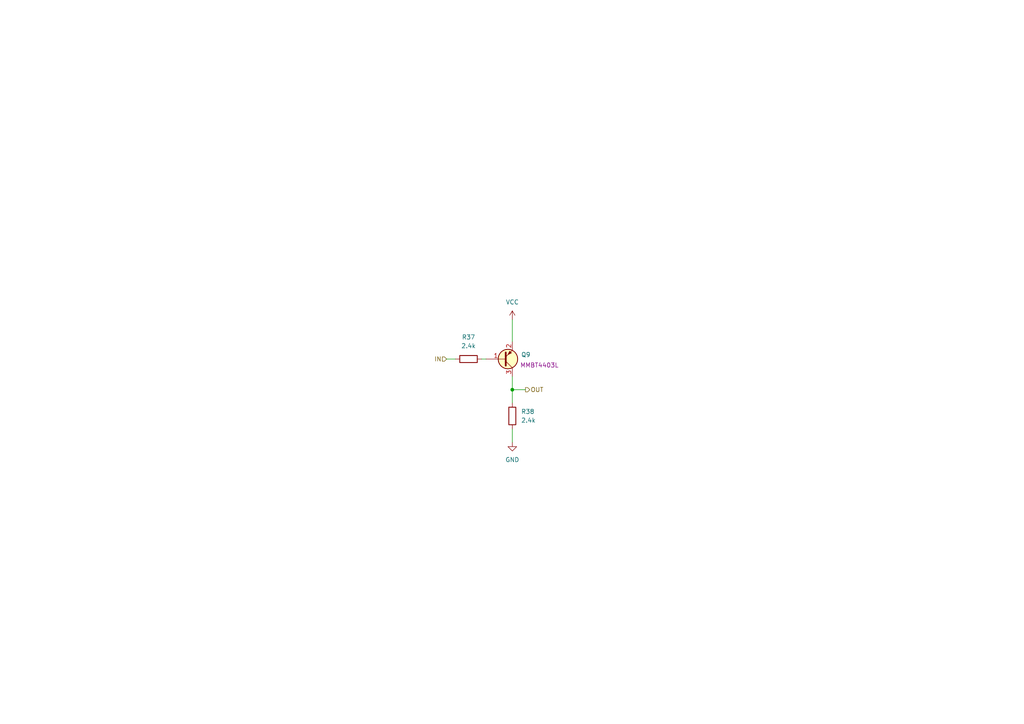
<source format=kicad_sch>
(kicad_sch (version 20250114) (generator "eeschema") (generator_version "9.0")
  (paper "A4")
  (lib_symbols
    (symbol "Resistor_AKL:R_0603" (pin_numbers (hide yes)) (pin_names (offset 0))
      (property "Reference" "R" (at 2.54 1.27 0))
      (property "Value" "R_0603" (at 2.54 -1.27 0))
      (symbol "R_0603_0_1"
        (rectangle (start -1.016 2.54) (end 1.016 -2.54) (stroke (width 0.254)))
      )
      (symbol "R_0603_0_2"
        (polyline (pts (xy -2.54 -2.54) (xy -1.524 -1.524)))
        (polyline (pts (xy 1.524 1.524) (xy 2.54 2.54)))
        (polyline (pts (xy 1.524 1.524) (xy 0.889 2.159) (xy -2.159 -0.889) (xy -0.889 -2.159) (xy 2.159 0.889) (xy 1.524 1.524)) (stroke (width 0.254)))
      )
      (symbol "R_0603_1_1"
        (pin passive line (at 0 3.81 270) (length 1.27) (name "~") (number "1"))
        (pin passive line (at 0 -3.81 90) (length 1.27) (name "~") (number "2"))
      )
      (symbol "R_0603_1_2"
        (pin passive line (at -2.54 -2.54 0) (length 0) (name "") (number "2"))
        (pin passive line (at 2.54 2.54 180) (length 0) (name "") (number "1"))
      )
    )
    (symbol "Transistor_BJT_AKL:2SA2018" (pin_names (hide yes))
      (property "Reference" "Q" (at 5.08 1.27 0))
      (property "Value" "2SA2018" (at 5.08 -1.27 0))
      (symbol "2SA2018_0_1"
        (polyline (pts (xy 0.635 0.635) (xy 2.54 2.54) (xy 2.54 2.54)))
        (polyline (pts (xy 0.635 -0.635) (xy 2.54 -2.54)))
        (polyline (pts (xy 0.635 -1.905) (xy 0.635 1.905) (xy 0.635 1.905)) (stroke (width 0.508)))
        (circle (center 1.27 0) (radius 2.8194) (stroke (width 0.254)) (fill (type background)))
        (polyline (pts (xy 2.286 1.778) (xy 1.778 2.286) (xy 1.27 1.27) (xy 2.286 1.778) (xy 2.286 1.778)) (fill (type outline)))
      )
      (symbol "2SA2018_1_1"
        (pin input line (at -5.08 0 0) (length 5.715) (name "B") (number "1"))
        (pin passive line (at 2.54 5.08 270) (length 2.54) (name "E") (number "2"))
        (pin passive line (at 2.54 -5.08 90) (length 2.54) (name "C") (number "3"))
      )
    )
    (symbol "power:GND" (power) (pin_numbers (hide yes)) (pin_names (offset 0) (hide yes))
      (property "Value" "GND" (at 0 -3.81 0))
      (symbol "GND_0_1"
        (polyline (pts (xy 0 0) (xy 0 -1.27) (xy 1.27 -1.27) (xy 0 -2.54) (xy -1.27 -1.27) (xy 0 -1.27)))
      )
      (symbol "GND_1_1"
        (pin power_in line (at 0 0 270) (length 0) (name "~") (number "1"))
      )
    )
    (symbol "power:VCC" (power) (pin_numbers (hide yes)) (pin_names (offset 0) (hide yes))
      (property "Value" "VCC" (at 0 3.556 0))
      (symbol "VCC_0_1"
        (polyline (pts (xy -0.762 1.27) (xy 0 2.54)))
        (polyline (pts (xy 0 2.54) (xy 0.762 1.27)))
        (polyline (pts (xy 0 0) (xy 0 2.54)))
      )
      (symbol "VCC_1_1"
        (pin power_in line (at 0 0 90) (length 0) (name "~") (number "1"))
      )
    )
  )
  (junction (at 148.59 113.03))
  (wire (pts (xy 129.54 104.14) (xy 132.08 104.14)))
  (wire (pts (xy 148.59 92.71) (xy 148.59 99.06)))
  (wire (pts (xy 148.59 109.22) (xy 148.59 113.03)))
  (wire (pts (xy 148.59 124.46) (xy 148.59 128.27)))
  (wire (pts (xy 148.59 113.03) (xy 152.4 113.03)))
  (wire (pts (xy 139.7 104.14) (xy 140.97 104.14)))
  (wire (pts (xy 148.59 113.03) (xy 148.59 116.84)))
  (hierarchical_label "OUT" (shape output) (at 152.4 113.03 0))
  (hierarchical_label "IN" (shape input) (at 129.54 104.14 180))
  (symbol (lib_id "power:GND") (at 148.59 128.27 0) (unit 1)
    (property "Reference" "#PWR056" (effects (hide yes)))
    (property "Value" "GND" (at 148.59 133.35 0))
    (property "Description" "Power symbol creates a global label with name \"GND\" , ground" (effects (hide yes)))
  )
  (symbol (lib_id "Transistor_BJT_AKL:2SA2018") (at 146.05 104.14 0) (unit 1)
    (property "Reference" "Q9" (at 151.13 102.8699 0) (effects (justify left)))
    (property "Value" "2SA2018" (effects (hide yes)))
    (property "Footprint" "Package_TO_SOT_SMD_AKL:SOT-416" (effects (hide yes)))
    (property "Datasheet" "https://www.tme.eu/Document/8bbe87b96a6ee2683f1239fbf67f0559/2sa2018tl-e.pdf" (effects (hide yes)))
    (property "Description" "PNP SOT-416 transistor, 12V, 500mA, 150mW, Alternate KiCAD Library" (effects (hide yes)))
    (property "Part number" "MMBT4403L" (at 156.464 105.918 0))
  )
  (symbol (lib_id "power:VCC") (at 148.59 92.71 0) (unit 1)
    (property "Reference" "#PWR055" (effects (hide yes)))
    (property "Value" "VCC" (at 148.59 87.63 0))
    (property "Description" "Power symbol creates a global label with name \"VCC\"" (effects (hide yes)))
  )
  (symbol (lib_id "Resistor_AKL:R_0603") (at 148.59 120.65 180) (unit 1)
    (property "Reference" "R38" (at 151.13 119.3799 0) (effects (justify right)))
    (property "Value" "2.4k" (at 151.13 121.9199 0) (effects (justify right)))
    (property "Footprint" "Resistor_SMD_AKL:R_0603_1608Metric" (effects (hide yes)))
    (property "Description" "SMD 0603 Chip Resistor, European Symbol, Alternate KiCad Library" (effects (hide yes)))
  )
  (symbol (lib_id "Resistor_AKL:R_0603") (at 135.89 104.14 90) (unit 1)
    (property "Reference" "R37" (at 135.89 97.79 90))
    (property "Value" "2.4k" (at 135.89 100.33 90))
    (property "Footprint" "Resistor_SMD_AKL:R_0603_1608Metric" (effects (hide yes)))
    (property "Description" "SMD 0603 Chip Resistor, European Symbol, Alternate KiCad Library" (effects (hide yes)))
  )
)
</source>
